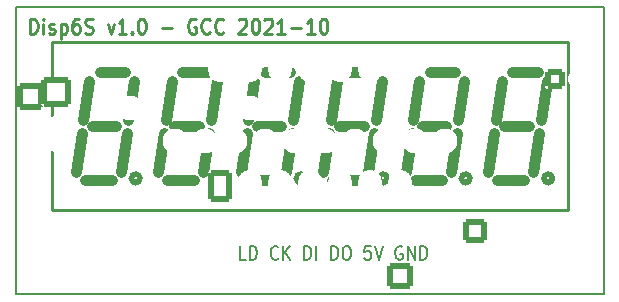
<source format=gbr>
G04 #@! TF.GenerationSoftware,KiCad,Pcbnew,(5.99.0-12936-g328d3d0d77)*
G04 #@! TF.CreationDate,2021-10-24T19:14:53+02:00*
G04 #@! TF.ProjectId,FSP-Display6S,4653502d-4469-4737-906c-617936532e6b,v1.0*
G04 #@! TF.SameCoordinates,Original*
G04 #@! TF.FileFunction,Legend,Top*
G04 #@! TF.FilePolarity,Positive*
%FSLAX46Y46*%
G04 Gerber Fmt 4.6, Leading zero omitted, Abs format (unit mm)*
G04 Created by KiCad (PCBNEW (5.99.0-12936-g328d3d0d77)) date 2021-10-24 19:14:53*
%MOMM*%
%LPD*%
G01*
G04 APERTURE LIST*
G04 Aperture macros list*
%AMRoundRect*
0 Rectangle with rounded corners*
0 $1 Rounding radius*
0 $2 $3 $4 $5 $6 $7 $8 $9 X,Y pos of 4 corners*
0 Add a 4 corners polygon primitive as box body*
4,1,4,$2,$3,$4,$5,$6,$7,$8,$9,$2,$3,0*
0 Add four circle primitives for the rounded corners*
1,1,$1+$1,$2,$3*
1,1,$1+$1,$4,$5*
1,1,$1+$1,$6,$7*
1,1,$1+$1,$8,$9*
0 Add four rect primitives between the rounded corners*
20,1,$1+$1,$2,$3,$4,$5,0*
20,1,$1+$1,$4,$5,$6,$7,0*
20,1,$1+$1,$6,$7,$8,$9,0*
20,1,$1+$1,$8,$9,$2,$3,0*%
G04 Aperture macros list end*
%ADD10C,0.149860*%
%ADD11C,0.203200*%
%ADD12C,0.254000*%
%ADD13C,0.889000*%
%ADD14C,0.508000*%
%ADD15C,3.708000*%
%ADD16RoundRect,0.254000X0.750570X-1.099820X0.750570X1.099820X-0.750570X1.099820X-0.750570X-1.099820X0*%
%ADD17O,2.009140X2.707640*%
%ADD18C,2.108000*%
%ADD19O,2.108000X2.108000*%
%ADD20RoundRect,0.254000X0.889000X0.889000X-0.889000X0.889000X-0.889000X-0.889000X0.889000X-0.889000X0*%
%ADD21O,2.286000X2.286000*%
%ADD22RoundRect,0.254000X-0.600000X-0.600000X0.600000X-0.600000X0.600000X0.600000X-0.600000X0.600000X0*%
%ADD23C,1.708000*%
%ADD24RoundRect,0.254000X0.800000X-0.800000X0.800000X0.800000X-0.800000X0.800000X-0.800000X-0.800000X0*%
%ADD25RoundRect,0.254000X0.850000X-0.850000X0.850000X0.850000X-0.850000X0.850000X-0.850000X-0.850000X0*%
%ADD26O,2.208000X2.208000*%
%ADD27RoundRect,0.254000X-1.016000X1.016000X-1.016000X-1.016000X1.016000X-1.016000X1.016000X1.016000X0*%
%ADD28O,2.540000X3.048000*%
G04 APERTURE END LIST*
D10*
X41147996Y-52324001D02*
X41147996Y-28067001D01*
X90931996Y-28067001D02*
X90931996Y-52324001D01*
X41147996Y-28067001D02*
X90931996Y-28067001D01*
X90931996Y-52324001D02*
X41147996Y-52324001D01*
D11*
X60669714Y-49412071D02*
X60185904Y-49412071D01*
X60185904Y-48269071D01*
X61008380Y-49412071D02*
X61008380Y-48269071D01*
X61250285Y-48269071D01*
X61395428Y-48323500D01*
X61492190Y-48432357D01*
X61540571Y-48541214D01*
X61588952Y-48758928D01*
X61588952Y-48922214D01*
X61540571Y-49139928D01*
X61492190Y-49248785D01*
X61395428Y-49357642D01*
X61250285Y-49412071D01*
X61008380Y-49412071D01*
X63379047Y-49303214D02*
X63330666Y-49357642D01*
X63185523Y-49412071D01*
X63088761Y-49412071D01*
X62943619Y-49357642D01*
X62846857Y-49248785D01*
X62798476Y-49139928D01*
X62750095Y-48922214D01*
X62750095Y-48758928D01*
X62798476Y-48541214D01*
X62846857Y-48432357D01*
X62943619Y-48323500D01*
X63088761Y-48269071D01*
X63185523Y-48269071D01*
X63330666Y-48323500D01*
X63379047Y-48377928D01*
X63814476Y-49412071D02*
X63814476Y-48269071D01*
X64395047Y-49412071D02*
X63959619Y-48758928D01*
X64395047Y-48269071D02*
X63814476Y-48922214D01*
X65604571Y-49412071D02*
X65604571Y-48269071D01*
X65846476Y-48269071D01*
X65991619Y-48323500D01*
X66088380Y-48432357D01*
X66136761Y-48541214D01*
X66185142Y-48758928D01*
X66185142Y-48922214D01*
X66136761Y-49139928D01*
X66088380Y-49248785D01*
X65991619Y-49357642D01*
X65846476Y-49412071D01*
X65604571Y-49412071D01*
X66620571Y-49412071D02*
X66620571Y-48269071D01*
X67878476Y-49412071D02*
X67878476Y-48269071D01*
X68120380Y-48269071D01*
X68265523Y-48323500D01*
X68362285Y-48432357D01*
X68410666Y-48541214D01*
X68459047Y-48758928D01*
X68459047Y-48922214D01*
X68410666Y-49139928D01*
X68362285Y-49248785D01*
X68265523Y-49357642D01*
X68120380Y-49412071D01*
X67878476Y-49412071D01*
X69088000Y-48269071D02*
X69281523Y-48269071D01*
X69378285Y-48323500D01*
X69475047Y-48432357D01*
X69523428Y-48650071D01*
X69523428Y-49031071D01*
X69475047Y-49248785D01*
X69378285Y-49357642D01*
X69281523Y-49412071D01*
X69088000Y-49412071D01*
X68991238Y-49357642D01*
X68894476Y-49248785D01*
X68846095Y-49031071D01*
X68846095Y-48650071D01*
X68894476Y-48432357D01*
X68991238Y-48323500D01*
X69088000Y-48269071D01*
X71216761Y-48269071D02*
X70732952Y-48269071D01*
X70684571Y-48813357D01*
X70732952Y-48758928D01*
X70829714Y-48704500D01*
X71071619Y-48704500D01*
X71168380Y-48758928D01*
X71216761Y-48813357D01*
X71265142Y-48922214D01*
X71265142Y-49194357D01*
X71216761Y-49303214D01*
X71168380Y-49357642D01*
X71071619Y-49412071D01*
X70829714Y-49412071D01*
X70732952Y-49357642D01*
X70684571Y-49303214D01*
X71555428Y-48269071D02*
X71894095Y-49412071D01*
X72232761Y-48269071D01*
X73877714Y-48323500D02*
X73780952Y-48269071D01*
X73635809Y-48269071D01*
X73490666Y-48323500D01*
X73393904Y-48432357D01*
X73345523Y-48541214D01*
X73297142Y-48758928D01*
X73297142Y-48922214D01*
X73345523Y-49139928D01*
X73393904Y-49248785D01*
X73490666Y-49357642D01*
X73635809Y-49412071D01*
X73732571Y-49412071D01*
X73877714Y-49357642D01*
X73926095Y-49303214D01*
X73926095Y-48922214D01*
X73732571Y-48922214D01*
X74361523Y-49412071D02*
X74361523Y-48269071D01*
X74942095Y-49412071D01*
X74942095Y-48269071D01*
X75425904Y-49412071D02*
X75425904Y-48269071D01*
X75667809Y-48269071D01*
X75812952Y-48323500D01*
X75909714Y-48432357D01*
X75958095Y-48541214D01*
X76006476Y-48758928D01*
X76006476Y-48922214D01*
X75958095Y-49139928D01*
X75909714Y-49248785D01*
X75812952Y-49357642D01*
X75667809Y-49412071D01*
X75425904Y-49412071D01*
D12*
X42347242Y-30292523D02*
X42347242Y-29022523D01*
X42619385Y-29022523D01*
X42782671Y-29083000D01*
X42891528Y-29203952D01*
X42945957Y-29324904D01*
X43000385Y-29566809D01*
X43000385Y-29748238D01*
X42945957Y-29990142D01*
X42891528Y-30111095D01*
X42782671Y-30232047D01*
X42619385Y-30292523D01*
X42347242Y-30292523D01*
X43490242Y-30292523D02*
X43490242Y-29445857D01*
X43490242Y-29022523D02*
X43435814Y-29083000D01*
X43490242Y-29143476D01*
X43544671Y-29083000D01*
X43490242Y-29022523D01*
X43490242Y-29143476D01*
X43980100Y-30232047D02*
X44088957Y-30292523D01*
X44306671Y-30292523D01*
X44415528Y-30232047D01*
X44469957Y-30111095D01*
X44469957Y-30050619D01*
X44415528Y-29929666D01*
X44306671Y-29869190D01*
X44143385Y-29869190D01*
X44034528Y-29808714D01*
X43980100Y-29687761D01*
X43980100Y-29627285D01*
X44034528Y-29506333D01*
X44143385Y-29445857D01*
X44306671Y-29445857D01*
X44415528Y-29506333D01*
X44959814Y-29445857D02*
X44959814Y-30715857D01*
X44959814Y-29506333D02*
X45068671Y-29445857D01*
X45286385Y-29445857D01*
X45395242Y-29506333D01*
X45449671Y-29566809D01*
X45504100Y-29687761D01*
X45504100Y-30050619D01*
X45449671Y-30171571D01*
X45395242Y-30232047D01*
X45286385Y-30292523D01*
X45068671Y-30292523D01*
X44959814Y-30232047D01*
X46483814Y-29022523D02*
X46266100Y-29022523D01*
X46157242Y-29083000D01*
X46102814Y-29143476D01*
X45993957Y-29324904D01*
X45939528Y-29566809D01*
X45939528Y-30050619D01*
X45993957Y-30171571D01*
X46048385Y-30232047D01*
X46157242Y-30292523D01*
X46374957Y-30292523D01*
X46483814Y-30232047D01*
X46538242Y-30171571D01*
X46592671Y-30050619D01*
X46592671Y-29748238D01*
X46538242Y-29627285D01*
X46483814Y-29566809D01*
X46374957Y-29506333D01*
X46157242Y-29506333D01*
X46048385Y-29566809D01*
X45993957Y-29627285D01*
X45939528Y-29748238D01*
X47028100Y-30232047D02*
X47191385Y-30292523D01*
X47463528Y-30292523D01*
X47572385Y-30232047D01*
X47626814Y-30171571D01*
X47681242Y-30050619D01*
X47681242Y-29929666D01*
X47626814Y-29808714D01*
X47572385Y-29748238D01*
X47463528Y-29687761D01*
X47245814Y-29627285D01*
X47136957Y-29566809D01*
X47082528Y-29506333D01*
X47028100Y-29385380D01*
X47028100Y-29264428D01*
X47082528Y-29143476D01*
X47136957Y-29083000D01*
X47245814Y-29022523D01*
X47517957Y-29022523D01*
X47681242Y-29083000D01*
X48933100Y-29445857D02*
X49205242Y-30292523D01*
X49477385Y-29445857D01*
X50511528Y-30292523D02*
X49858385Y-30292523D01*
X50184957Y-30292523D02*
X50184957Y-29022523D01*
X50076100Y-29203952D01*
X49967242Y-29324904D01*
X49858385Y-29385380D01*
X51001385Y-30171571D02*
X51055814Y-30232047D01*
X51001385Y-30292523D01*
X50946957Y-30232047D01*
X51001385Y-30171571D01*
X51001385Y-30292523D01*
X51763385Y-29022523D02*
X51872242Y-29022523D01*
X51981100Y-29083000D01*
X52035528Y-29143476D01*
X52089957Y-29264428D01*
X52144385Y-29506333D01*
X52144385Y-29808714D01*
X52089957Y-30050619D01*
X52035528Y-30171571D01*
X51981100Y-30232047D01*
X51872242Y-30292523D01*
X51763385Y-30292523D01*
X51654528Y-30232047D01*
X51600100Y-30171571D01*
X51545671Y-30050619D01*
X51491242Y-29808714D01*
X51491242Y-29506333D01*
X51545671Y-29264428D01*
X51600100Y-29143476D01*
X51654528Y-29083000D01*
X51763385Y-29022523D01*
X53505100Y-29808714D02*
X54375957Y-29808714D01*
X56389814Y-29083000D02*
X56280957Y-29022523D01*
X56117671Y-29022523D01*
X55954385Y-29083000D01*
X55845528Y-29203952D01*
X55791100Y-29324904D01*
X55736671Y-29566809D01*
X55736671Y-29748238D01*
X55791100Y-29990142D01*
X55845528Y-30111095D01*
X55954385Y-30232047D01*
X56117671Y-30292523D01*
X56226528Y-30292523D01*
X56389814Y-30232047D01*
X56444242Y-30171571D01*
X56444242Y-29748238D01*
X56226528Y-29748238D01*
X57587242Y-30171571D02*
X57532814Y-30232047D01*
X57369528Y-30292523D01*
X57260671Y-30292523D01*
X57097385Y-30232047D01*
X56988528Y-30111095D01*
X56934100Y-29990142D01*
X56879671Y-29748238D01*
X56879671Y-29566809D01*
X56934100Y-29324904D01*
X56988528Y-29203952D01*
X57097385Y-29083000D01*
X57260671Y-29022523D01*
X57369528Y-29022523D01*
X57532814Y-29083000D01*
X57587242Y-29143476D01*
X58730242Y-30171571D02*
X58675814Y-30232047D01*
X58512528Y-30292523D01*
X58403671Y-30292523D01*
X58240385Y-30232047D01*
X58131528Y-30111095D01*
X58077100Y-29990142D01*
X58022671Y-29748238D01*
X58022671Y-29566809D01*
X58077100Y-29324904D01*
X58131528Y-29203952D01*
X58240385Y-29083000D01*
X58403671Y-29022523D01*
X58512528Y-29022523D01*
X58675814Y-29083000D01*
X58730242Y-29143476D01*
X60036528Y-29143476D02*
X60090957Y-29083000D01*
X60199814Y-29022523D01*
X60471957Y-29022523D01*
X60580814Y-29083000D01*
X60635242Y-29143476D01*
X60689671Y-29264428D01*
X60689671Y-29385380D01*
X60635242Y-29566809D01*
X59982100Y-30292523D01*
X60689671Y-30292523D01*
X61397242Y-29022523D02*
X61506100Y-29022523D01*
X61614957Y-29083000D01*
X61669385Y-29143476D01*
X61723814Y-29264428D01*
X61778242Y-29506333D01*
X61778242Y-29808714D01*
X61723814Y-30050619D01*
X61669385Y-30171571D01*
X61614957Y-30232047D01*
X61506100Y-30292523D01*
X61397242Y-30292523D01*
X61288385Y-30232047D01*
X61233957Y-30171571D01*
X61179528Y-30050619D01*
X61125100Y-29808714D01*
X61125100Y-29506333D01*
X61179528Y-29264428D01*
X61233957Y-29143476D01*
X61288385Y-29083000D01*
X61397242Y-29022523D01*
X62213671Y-29143476D02*
X62268100Y-29083000D01*
X62376957Y-29022523D01*
X62649100Y-29022523D01*
X62757957Y-29083000D01*
X62812385Y-29143476D01*
X62866814Y-29264428D01*
X62866814Y-29385380D01*
X62812385Y-29566809D01*
X62159242Y-30292523D01*
X62866814Y-30292523D01*
X63955385Y-30292523D02*
X63302242Y-30292523D01*
X63628814Y-30292523D02*
X63628814Y-29022523D01*
X63519957Y-29203952D01*
X63411100Y-29324904D01*
X63302242Y-29385380D01*
X64445242Y-29808714D02*
X65316100Y-29808714D01*
X66459100Y-30292523D02*
X65805957Y-30292523D01*
X66132528Y-30292523D02*
X66132528Y-29022523D01*
X66023671Y-29203952D01*
X65914814Y-29324904D01*
X65805957Y-29385380D01*
X67166671Y-29022523D02*
X67275528Y-29022523D01*
X67384385Y-29083000D01*
X67438814Y-29143476D01*
X67493242Y-29264428D01*
X67547671Y-29506333D01*
X67547671Y-29808714D01*
X67493242Y-30050619D01*
X67438814Y-30171571D01*
X67384385Y-30232047D01*
X67275528Y-30292523D01*
X67166671Y-30292523D01*
X67057814Y-30232047D01*
X67003385Y-30171571D01*
X66948957Y-30050619D01*
X66894528Y-29808714D01*
X66894528Y-29506333D01*
X66948957Y-29264428D01*
X67003385Y-29143476D01*
X67057814Y-29083000D01*
X67166671Y-29022523D01*
D13*
X60706000Y-38735000D02*
X60198000Y-42034460D01*
D12*
X87884000Y-45212000D02*
X44196000Y-45212000D01*
D13*
X84582000Y-38100000D02*
X82537300Y-38100000D01*
X46736000Y-38735000D02*
X46228000Y-42034460D01*
X57528460Y-38735000D02*
X57020460Y-42034460D01*
X67945000Y-42669460D02*
X70228460Y-42669460D01*
X74676000Y-38735000D02*
X74168000Y-42034460D01*
X48252380Y-33530540D02*
X50419000Y-33530540D01*
X55237380Y-33530540D02*
X57404000Y-33530540D01*
X65151000Y-34292540D02*
X64643000Y-37592000D01*
X49657000Y-38100000D02*
X47612300Y-38100000D01*
X68318380Y-34292540D02*
X67818000Y-37592000D01*
X69207380Y-33530540D02*
X71374000Y-33530540D01*
X86106000Y-34292540D02*
X85598000Y-37592000D01*
X62222380Y-33530540D02*
X64389000Y-33530540D01*
D12*
X87884000Y-30988000D02*
X87884000Y-45212000D01*
D13*
X60960000Y-42669460D02*
X63243460Y-42669460D01*
X63627000Y-38100000D02*
X61582300Y-38100000D01*
X53721000Y-38735000D02*
X53213000Y-42034460D01*
X72136000Y-34292540D02*
X71628000Y-37592000D01*
X53975000Y-42669460D02*
X56258460Y-42669460D01*
D12*
X44196000Y-45212000D02*
X44196000Y-30988000D01*
D13*
X83177380Y-33530540D02*
X85344000Y-33530540D01*
X58166000Y-34292540D02*
X57658000Y-37592000D01*
X46990000Y-42669460D02*
X49273460Y-42669460D01*
X77597000Y-38100000D02*
X75552300Y-38100000D01*
X50543460Y-38735000D02*
X50035460Y-42034460D01*
X78483460Y-38735000D02*
X77975460Y-42034460D01*
X81915000Y-42669460D02*
X84198460Y-42669460D01*
D12*
X44196000Y-30988000D02*
X87884000Y-30988000D01*
D13*
X71498460Y-38735000D02*
X70990460Y-42034460D01*
X51181000Y-34292540D02*
X50673000Y-37592000D01*
X76192380Y-33530540D02*
X78359000Y-33530540D01*
X61333380Y-34292540D02*
X60833000Y-37592000D01*
X70612000Y-38100000D02*
X68567300Y-38100000D01*
X64513460Y-38735000D02*
X64005460Y-42034460D01*
X67691000Y-38735000D02*
X67183000Y-42034460D01*
X74930000Y-42669460D02*
X77213460Y-42669460D01*
X56642000Y-38100000D02*
X54597300Y-38100000D01*
X54348380Y-34292540D02*
X53848000Y-37592000D01*
X82288380Y-34292540D02*
X81788000Y-37592000D01*
X85468460Y-38735000D02*
X84960460Y-42034460D01*
X81661000Y-38735000D02*
X81153000Y-42034460D01*
X47363380Y-34292540D02*
X46863000Y-37592000D01*
X79121000Y-34292540D02*
X78613000Y-37592000D01*
X75303380Y-34292540D02*
X74803000Y-37592000D01*
D14*
X72624011Y-42545000D02*
G75*
G03*
X72624011Y-42545000I-361011J0D01*
G01*
X51669011Y-42545000D02*
G75*
G03*
X51669011Y-42545000I-361011J0D01*
G01*
X58654011Y-42545000D02*
G75*
G03*
X58654011Y-42545000I-361011J0D01*
G01*
X86594011Y-42545000D02*
G75*
G03*
X86594011Y-42545000I-361011J0D01*
G01*
X79609011Y-42545000D02*
G75*
G03*
X79609011Y-42545000I-361011J0D01*
G01*
X65639011Y-42545000D02*
G75*
G03*
X65639011Y-42545000I-361011J0D01*
G01*
%LPC*%
D15*
X86359998Y-49403001D03*
X45719998Y-49403001D03*
D16*
X58420000Y-43180000D03*
D17*
X60960000Y-43180000D03*
X63500000Y-43180000D03*
X66040000Y-43180000D03*
X68580000Y-43180000D03*
X71120000Y-43180000D03*
X73660000Y-43180000D03*
X73660000Y-33020000D03*
X71120000Y-33020000D03*
X68580000Y-33020000D03*
X66040000Y-33020000D03*
X63500000Y-33020000D03*
X60960000Y-33020000D03*
X58420000Y-33020000D03*
D18*
X60960000Y-36576000D03*
D19*
X50800000Y-36576000D03*
D20*
X42418000Y-35687000D03*
D21*
X42418000Y-38227000D03*
D22*
X86784409Y-34163000D03*
D23*
X88784409Y-34163000D03*
D24*
X80015000Y-46980000D03*
D19*
X77475000Y-46980000D03*
X74935000Y-46980000D03*
X72395000Y-46980000D03*
X69855000Y-46980000D03*
X67315000Y-46980000D03*
X64775000Y-46980000D03*
X62235000Y-46980000D03*
X59695000Y-46980000D03*
X57155000Y-46980000D03*
X54615000Y-46980000D03*
X52075000Y-46980000D03*
X52075000Y-39360000D03*
X54615000Y-39360000D03*
X57155000Y-39360000D03*
X59695000Y-39360000D03*
X62235000Y-39360000D03*
X64775000Y-39360000D03*
X67315000Y-39360000D03*
X69855000Y-39360000D03*
X72395000Y-39360000D03*
X74935000Y-39360000D03*
X77475000Y-39360000D03*
X80015000Y-39360000D03*
D25*
X73660000Y-50800000D03*
D26*
X71120000Y-50800000D03*
X68580000Y-50800000D03*
X66040000Y-50800000D03*
X63500000Y-50800000D03*
X60960000Y-50800000D03*
D27*
X44577000Y-35204400D03*
D28*
X44577000Y-38777000D03*
M02*

</source>
